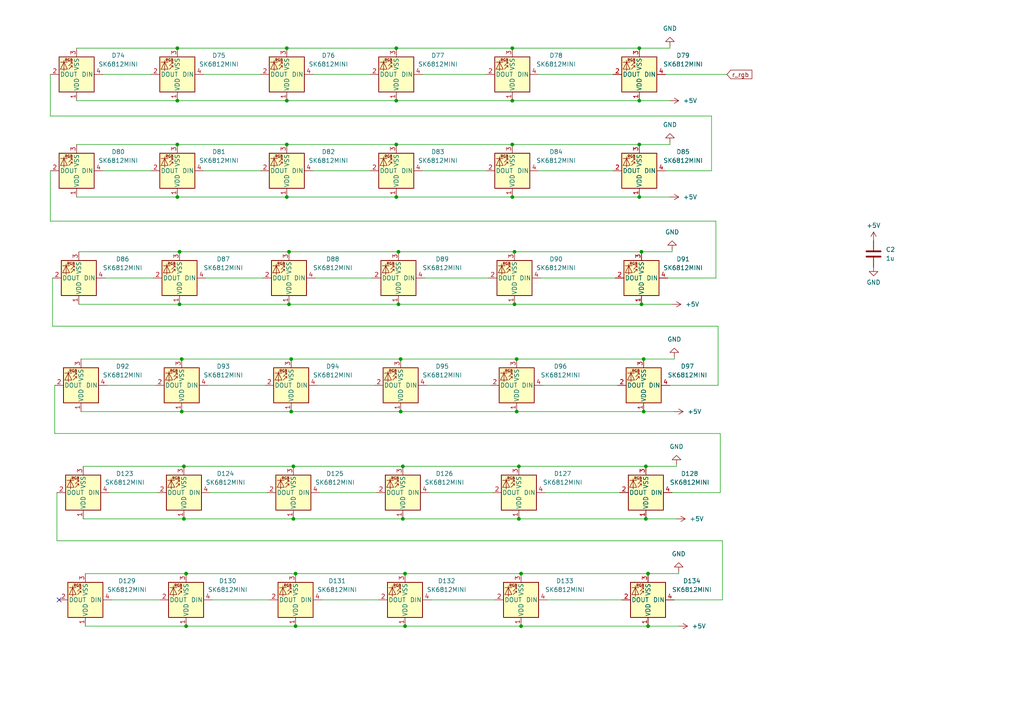
<source format=kicad_sch>
(kicad_sch (version 20230121) (generator eeschema)
  (paper "A4")
  (lib_symbols
    (symbol "Aidans-Custom-Lib:SK6812MINI_FIXED" (pin_names (offset 0.254))
      (property "Reference" "D" (at 5.08 5.715 0))
      (property "Value" "SK6812MINI_FIXED" (at 1.27 -5.715 0))
      (symbol "SK6812MINI_FIXED_0_0"
        (text "RGB" (at 2.286 -4.191 0) (effects (font (size 0.762 0.762))))
      )
      (symbol "SK6812MINI_FIXED_0_1"
        (polyline (pts (xy 1.27 -3.556) (xy 1.778 -3.556)))
        (polyline (pts (xy 1.27 -2.54) (xy 1.778 -2.54)))
        (polyline (pts (xy 4.699 -3.556) (xy 2.667 -3.556)))
        (polyline (pts (xy 2.286 -2.54) (xy 1.27 -3.556) (xy 1.27 -3.048)))
        (polyline (pts (xy 2.286 -1.524) (xy 1.27 -2.54) (xy 1.27 -2.032)))
        (polyline (pts (xy 3.683 -1.016) (xy 3.683 -3.556) (xy 3.683 -4.064)))
        (polyline (pts (xy 4.699 -1.524) (xy 2.667 -1.524) (xy 3.683 -3.556) (xy 4.699 -1.524)))
        (rectangle (start 5.08 5.08) (end -5.08 -5.08) (stroke (width 0.254)) (fill (type background)))
      )
      (symbol "SK6812MINI_FIXED_1_1"
        (pin power_in line (at 0 7.62 270) (length 2.54) (name "VDD") (number "1"))
        (pin output line (at 7.62 0 180) (length 2.54) (name "DOUT") (number "2"))
        (pin power_in line (at 0 -7.62 90) (length 2.54) (name "VSS") (number "3"))
        (pin input line (at -7.62 0 0) (length 2.54) (name "DIN") (number "4"))
      )
    )
    (symbol "Device:C" (pin_numbers hide) (pin_names (offset 0.254))
      (property "Reference" "C" (at 0.635 2.54 0))
      (property "Value" "C" (at 0.635 -2.54 0))
      (symbol "C_0_1"
        (polyline (pts (xy -2.032 -0.762) (xy 2.032 -0.762)) (stroke (width 0.508)))
        (polyline (pts (xy -2.032 0.762) (xy 2.032 0.762)) (stroke (width 0.508)))
      )
      (symbol "C_1_1"
        (pin passive line (at 0 3.81 270) (length 2.794) (name "~") (number "1"))
        (pin passive line (at 0 -3.81 90) (length 2.794) (name "~") (number "2"))
      )
    )
    (symbol "power:+5V" (power) (pin_names (offset 0))
      (property "Value" "+5V" (at 0 3.556 0))
      (symbol "+5V_0_1"
        (polyline (pts (xy -0.762 1.27) (xy 0 2.54)))
        (polyline (pts (xy 0 0) (xy 0 2.54)))
        (polyline (pts (xy 0 2.54) (xy 0.762 1.27)))
      )
      (symbol "+5V_1_1"
        (pin power_in line (at 0 0 90) (length 0) hide (name "+5V") (number "1"))
      )
    )
    (symbol "power:GND" (power) (pin_names (offset 0))
      (property "Value" "GND" (at 0 -3.81 0))
      (symbol "GND_0_1"
        (polyline (pts (xy 0 0) (xy 0 -1.27) (xy 1.27 -1.27) (xy 0 -2.54) (xy -1.27 -1.27) (xy 0 -1.27)))
      )
      (symbol "GND_1_1"
        (pin power_in line (at 0 0 270) (length 0) hide (name "GND") (number "1"))
      )
    )
  )
  (junction (at 117.475 181.61))
  (junction (at 85.09 150.495))
  (junction (at 151.13 181.61))
  (junction (at 115.57 88.265))
  (junction (at 149.225 73.025))
  (junction (at 116.84 135.255))
  (junction (at 117.475 166.37))
  (junction (at 185.42 13.97))
  (junction (at 114.935 13.97))
  (junction (at 84.455 104.14))
  (junction (at 185.42 41.91))
  (junction (at 53.34 150.495))
  (junction (at 149.86 119.38))
  (junction (at 83.185 13.97))
  (junction (at 53.975 166.37))
  (junction (at 186.055 88.265))
  (junction (at 186.69 104.14))
  (junction (at 185.42 57.15))
  (junction (at 85.725 166.37))
  (junction (at 149.225 88.265))
  (junction (at 85.725 181.61))
  (junction (at 151.13 166.37))
  (junction (at 52.07 73.025))
  (junction (at 150.495 150.495))
  (junction (at 52.07 88.265))
  (junction (at 149.86 104.14))
  (junction (at 83.185 41.91))
  (junction (at 148.59 41.91))
  (junction (at 51.435 57.15))
  (junction (at 83.82 73.025))
  (junction (at 187.96 181.61))
  (junction (at 51.435 29.21))
  (junction (at 114.935 41.91))
  (junction (at 116.84 150.495))
  (junction (at 187.325 150.495))
  (junction (at 83.82 88.265))
  (junction (at 51.435 13.97))
  (junction (at 116.205 119.38))
  (junction (at 187.325 135.255))
  (junction (at 51.435 41.91))
  (junction (at 53.34 135.255))
  (junction (at 52.705 119.38))
  (junction (at 84.455 119.38))
  (junction (at 114.935 29.21))
  (junction (at 83.185 57.15))
  (junction (at 150.495 135.255))
  (junction (at 148.59 57.15))
  (junction (at 148.59 13.97))
  (junction (at 52.705 104.14))
  (junction (at 53.975 181.61))
  (junction (at 186.055 73.025))
  (junction (at 187.96 166.37))
  (junction (at 83.185 29.21))
  (junction (at 185.42 29.21))
  (junction (at 114.935 57.15))
  (junction (at 148.59 29.21))
  (junction (at 85.09 135.255))
  (junction (at 116.205 104.14))
  (junction (at 186.69 119.38))
  (junction (at 115.57 73.025))
  (no_connect (at 17.145 173.99))
  (wire (pts (xy 60.325 111.76) (xy 76.835 111.76)))
  (wire (pts (xy 59.055 49.53) (xy 75.565 49.53)))
  (wire (pts (xy 122.555 21.59) (xy 140.97 21.59)))
  (wire (pts (xy 85.725 166.37) (xy 117.475 166.37)))
  (wire (pts (xy 209.55 156.845) (xy 209.55 173.99)))
  (wire (pts (xy 91.44 80.645) (xy 107.95 80.645)))
  (wire (pts (xy 22.225 41.91) (xy 51.435 41.91)))
  (wire (pts (xy 83.185 41.91) (xy 114.935 41.91)))
  (wire (pts (xy 14.605 21.59) (xy 14.605 33.655)))
  (wire (pts (xy 14.605 64.135) (xy 207.645 64.135)))
  (wire (pts (xy 16.51 142.875) (xy 16.51 156.845)))
  (wire (pts (xy 114.935 29.21) (xy 148.59 29.21)))
  (wire (pts (xy 23.495 104.14) (xy 52.705 104.14)))
  (wire (pts (xy 151.13 166.37) (xy 187.96 166.37)))
  (wire (pts (xy 187.96 181.61) (xy 196.85 181.61)))
  (wire (pts (xy 92.075 111.76) (xy 108.585 111.76)))
  (wire (pts (xy 186.69 104.14) (xy 195.58 104.14)))
  (wire (pts (xy 149.225 88.265) (xy 186.055 88.265)))
  (wire (pts (xy 32.385 173.99) (xy 46.355 173.99)))
  (wire (pts (xy 16.51 156.845) (xy 209.55 156.845)))
  (wire (pts (xy 123.19 80.645) (xy 141.605 80.645)))
  (wire (pts (xy 156.21 49.53) (xy 177.8 49.53)))
  (wire (pts (xy 22.225 29.21) (xy 51.435 29.21)))
  (wire (pts (xy 52.07 73.025) (xy 83.82 73.025)))
  (wire (pts (xy 187.325 150.495) (xy 196.215 150.495)))
  (wire (pts (xy 15.24 80.645) (xy 15.24 94.615)))
  (wire (pts (xy 206.375 33.655) (xy 206.375 49.53)))
  (wire (pts (xy 208.28 111.76) (xy 194.31 111.76)))
  (wire (pts (xy 186.055 73.025) (xy 194.945 73.025)))
  (wire (pts (xy 51.435 13.97) (xy 83.185 13.97)))
  (wire (pts (xy 52.705 119.38) (xy 84.455 119.38)))
  (wire (pts (xy 125.095 173.99) (xy 143.51 173.99)))
  (wire (pts (xy 195.58 103.505) (xy 195.58 104.14)))
  (wire (pts (xy 116.84 135.255) (xy 150.495 135.255)))
  (wire (pts (xy 51.435 57.15) (xy 83.185 57.15)))
  (wire (pts (xy 85.09 135.255) (xy 116.84 135.255)))
  (wire (pts (xy 149.86 104.14) (xy 186.69 104.14)))
  (wire (pts (xy 85.09 150.495) (xy 116.84 150.495)))
  (wire (pts (xy 52.07 88.265) (xy 83.82 88.265)))
  (wire (pts (xy 150.495 135.255) (xy 187.325 135.255)))
  (wire (pts (xy 53.34 150.495) (xy 85.09 150.495)))
  (wire (pts (xy 93.345 173.99) (xy 109.855 173.99)))
  (wire (pts (xy 83.82 73.025) (xy 115.57 73.025)))
  (wire (pts (xy 208.915 125.73) (xy 208.915 142.875)))
  (wire (pts (xy 186.69 119.38) (xy 195.58 119.38)))
  (wire (pts (xy 83.185 13.97) (xy 114.935 13.97)))
  (wire (pts (xy 15.875 111.76) (xy 15.875 125.73)))
  (wire (pts (xy 206.375 49.53) (xy 193.04 49.53)))
  (wire (pts (xy 51.435 41.91) (xy 83.185 41.91)))
  (wire (pts (xy 92.71 142.875) (xy 109.22 142.875)))
  (wire (pts (xy 83.185 29.21) (xy 114.935 29.21)))
  (wire (pts (xy 187.96 166.37) (xy 196.85 166.37)))
  (wire (pts (xy 117.475 166.37) (xy 151.13 166.37)))
  (wire (pts (xy 150.495 150.495) (xy 187.325 150.495)))
  (wire (pts (xy 207.645 80.645) (xy 193.675 80.645)))
  (wire (pts (xy 149.86 119.38) (xy 186.69 119.38)))
  (wire (pts (xy 194.31 13.335) (xy 194.31 13.97)))
  (wire (pts (xy 59.69 80.645) (xy 76.2 80.645)))
  (wire (pts (xy 15.24 94.615) (xy 208.28 94.615)))
  (wire (pts (xy 22.225 13.97) (xy 51.435 13.97)))
  (wire (pts (xy 85.725 181.61) (xy 117.475 181.61)))
  (wire (pts (xy 24.765 166.37) (xy 53.975 166.37)))
  (wire (pts (xy 117.475 181.61) (xy 151.13 181.61)))
  (wire (pts (xy 29.845 21.59) (xy 43.815 21.59)))
  (wire (pts (xy 196.215 134.62) (xy 196.215 135.255)))
  (wire (pts (xy 116.84 150.495) (xy 150.495 150.495)))
  (wire (pts (xy 31.115 111.76) (xy 45.085 111.76)))
  (wire (pts (xy 116.205 104.14) (xy 149.86 104.14)))
  (wire (pts (xy 116.205 119.38) (xy 149.86 119.38)))
  (wire (pts (xy 208.28 94.615) (xy 208.28 111.76)))
  (wire (pts (xy 157.48 111.76) (xy 179.07 111.76)))
  (wire (pts (xy 114.935 41.91) (xy 148.59 41.91)))
  (wire (pts (xy 60.96 142.875) (xy 77.47 142.875)))
  (wire (pts (xy 186.055 88.265) (xy 194.945 88.265)))
  (wire (pts (xy 31.75 142.875) (xy 45.72 142.875)))
  (wire (pts (xy 24.13 135.255) (xy 53.34 135.255)))
  (wire (pts (xy 158.75 173.99) (xy 180.34 173.99)))
  (wire (pts (xy 148.59 57.15) (xy 185.42 57.15)))
  (wire (pts (xy 59.055 21.59) (xy 75.565 21.59)))
  (wire (pts (xy 15.875 125.73) (xy 208.915 125.73)))
  (wire (pts (xy 149.225 73.025) (xy 186.055 73.025)))
  (wire (pts (xy 30.48 80.645) (xy 44.45 80.645)))
  (wire (pts (xy 14.605 49.53) (xy 14.605 64.135)))
  (wire (pts (xy 90.805 49.53) (xy 107.315 49.53)))
  (wire (pts (xy 84.455 104.14) (xy 116.205 104.14)))
  (wire (pts (xy 22.86 73.025) (xy 52.07 73.025)))
  (wire (pts (xy 22.225 57.15) (xy 51.435 57.15)))
  (wire (pts (xy 194.31 41.275) (xy 194.31 41.91)))
  (wire (pts (xy 148.59 41.91) (xy 185.42 41.91)))
  (wire (pts (xy 156.21 21.59) (xy 177.8 21.59)))
  (wire (pts (xy 52.705 104.14) (xy 84.455 104.14)))
  (wire (pts (xy 29.845 49.53) (xy 43.815 49.53)))
  (wire (pts (xy 156.845 80.645) (xy 178.435 80.645)))
  (wire (pts (xy 185.42 57.15) (xy 194.31 57.15)))
  (wire (pts (xy 115.57 73.025) (xy 149.225 73.025)))
  (wire (pts (xy 14.605 33.655) (xy 206.375 33.655)))
  (wire (pts (xy 83.185 57.15) (xy 114.935 57.15)))
  (wire (pts (xy 22.86 88.265) (xy 52.07 88.265)))
  (wire (pts (xy 194.945 72.39) (xy 194.945 73.025)))
  (wire (pts (xy 196.85 165.735) (xy 196.85 166.37)))
  (wire (pts (xy 158.115 142.875) (xy 179.705 142.875)))
  (wire (pts (xy 24.765 181.61) (xy 53.975 181.61)))
  (wire (pts (xy 114.935 57.15) (xy 148.59 57.15)))
  (wire (pts (xy 207.645 64.135) (xy 207.645 80.645)))
  (wire (pts (xy 123.825 111.76) (xy 142.24 111.76)))
  (wire (pts (xy 148.59 29.21) (xy 185.42 29.21)))
  (wire (pts (xy 151.13 181.61) (xy 187.96 181.61)))
  (wire (pts (xy 53.975 181.61) (xy 85.725 181.61)))
  (wire (pts (xy 53.34 135.255) (xy 85.09 135.255)))
  (wire (pts (xy 24.13 150.495) (xy 53.34 150.495)))
  (wire (pts (xy 185.42 13.97) (xy 194.31 13.97)))
  (wire (pts (xy 209.55 173.99) (xy 195.58 173.99)))
  (wire (pts (xy 114.935 13.97) (xy 148.59 13.97)))
  (wire (pts (xy 124.46 142.875) (xy 142.875 142.875)))
  (wire (pts (xy 148.59 13.97) (xy 185.42 13.97)))
  (wire (pts (xy 53.975 166.37) (xy 85.725 166.37)))
  (wire (pts (xy 51.435 29.21) (xy 83.185 29.21)))
  (wire (pts (xy 84.455 119.38) (xy 116.205 119.38)))
  (wire (pts (xy 23.495 119.38) (xy 52.705 119.38)))
  (wire (pts (xy 208.915 142.875) (xy 194.945 142.875)))
  (wire (pts (xy 61.595 173.99) (xy 78.105 173.99)))
  (wire (pts (xy 187.325 135.255) (xy 196.215 135.255)))
  (wire (pts (xy 83.82 88.265) (xy 115.57 88.265)))
  (wire (pts (xy 90.805 21.59) (xy 107.315 21.59)))
  (wire (pts (xy 185.42 41.91) (xy 194.31 41.91)))
  (wire (pts (xy 122.555 49.53) (xy 140.97 49.53)))
  (wire (pts (xy 185.42 29.21) (xy 194.31 29.21)))
  (wire (pts (xy 193.04 21.59) (xy 210.82 21.59)))
  (wire (pts (xy 115.57 88.265) (xy 149.225 88.265)))
  (global_label "r_rgb" (shape input) (at 210.82 21.59 0) (property "Intersheetrefs" "${INTERSHEET_REFS}" (effects hide)))
  (symbol (lib_id "Aidans-Custom-Lib:SK6812MINI_FIXED") (at 84.455 111.76 180) (unit 1)
    (property "Reference" "D94" (at 96.52 106.2639 0))
    (property "Value" "SK6812MINI" (at 96.52 108.8039 0))
    (property "Footprint" "Keebio:SK6812-MINI-E" (effects hide))
    (property "Datasheet" "https://cdn-shop.adafruit.com/product-files/2686/SK6812MINI_REV.01-1-2.pdf" (effects hide))
  )
  (symbol (lib_id "Aidans-Custom-Lib:SK6812MINI_FIXED") (at 24.13 142.875 180) (unit 1)
    (property "Reference" "D123" (at 36.195 137.3789 0))
    (property "Value" "SK6812MINI" (at 36.195 139.9189 0))
    (property "Footprint" "Keebio:SK6812-MINI-E" (effects hide))
    (property "Datasheet" "https://cdn-shop.adafruit.com/product-files/2686/SK6812MINI_REV.01-1-2.pdf" (effects hide))
  )
  (symbol (lib_id "power:GND") (at 195.58 103.505 180) (unit 1)
    (property "Reference" "#PWR0107" (effects hide))
    (property "Value" "GND" (at 195.58 98.425 0))
    (instances (project "Main PCB" (path "" (reference "#PWR0107") (unit 1))) (project "Sango" (path "" (reference "#PWR06") (unit 1)) (path "" (reference "#PWR06") (unit 1)) (path "" (reference "#PWR054") (unit 1))))
  )
  (symbol (lib_id "power:+5V") (at 194.31 29.21 270) (unit 1)
    (property "Reference" "#PWR048" (effects hide))
    (property "Value" "+5V" (at 198.12 29.21 90) (effects (justify left)))
  )
  (symbol (lib_id "Aidans-Custom-Lib:SK6812MINI_FIXED") (at 23.495 111.76 180) (unit 1)
    (property "Reference" "D92" (at 35.56 106.2639 0))
    (property "Value" "SK6812MINI" (at 35.56 108.8039 0))
    (property "Footprint" "Keebio:SK6812-MINI-E" (effects hide))
    (property "Datasheet" "https://cdn-shop.adafruit.com/product-files/2686/SK6812MINI_REV.01-1-2.pdf" (effects hide))
  )
  (symbol (lib_id "Aidans-Custom-Lib:SK6812MINI_FIXED") (at 22.225 49.53 180) (unit 1)
    (property "Reference" "D80" (at 34.29 44.0339 0))
    (property "Value" "SK6812MINI" (at 34.29 46.5739 0))
    (property "Footprint" "Keebio:SK6812-MINI-E" (effects hide))
    (property "Datasheet" "https://cdn-shop.adafruit.com/product-files/2686/SK6812MINI_REV.01-1-2.pdf" (effects hide))
  )
  (symbol (lib_id "Aidans-Custom-Lib:SK6812MINI_FIXED") (at 22.225 21.59 180) (unit 1)
    (property "Reference" "D74" (at 34.29 16.0939 0))
    (property "Value" "SK6812MINI" (at 34.29 18.6339 0))
    (property "Footprint" "Keebio:SK6812-MINI-E" (effects hide))
    (property "Datasheet" "https://cdn-shop.adafruit.com/product-files/2686/SK6812MINI_REV.01-1-2.pdf" (effects hide))
  )
  (symbol (lib_id "Aidans-Custom-Lib:SK6812MINI_FIXED") (at 186.69 111.76 180) (unit 1)
    (property "Reference" "D97" (at 199.39 106.2639 0))
    (property "Value" "SK6812MINI" (at 199.39 108.8039 0))
    (property "Footprint" "Keebio:SK6812-MINI-E" (effects hide))
    (property "Datasheet" "https://cdn-shop.adafruit.com/product-files/2686/SK6812MINI_REV.01-1-2.pdf" (effects hide))
  )
  (symbol (lib_id "power:+5V") (at 194.945 88.265 270) (unit 1)
    (property "Reference" "#PWR050" (effects hide))
    (property "Value" "+5V" (at 198.755 88.265 90) (effects (justify left)))
  )
  (symbol (lib_id "Aidans-Custom-Lib:SK6812MINI_FIXED") (at 52.705 111.76 180) (unit 1)
    (property "Reference" "D93" (at 64.77 106.2639 0))
    (property "Value" "SK6812MINI" (at 64.77 108.8039 0))
    (property "Footprint" "Keebio:SK6812-MINI-E" (effects hide))
    (property "Datasheet" "https://cdn-shop.adafruit.com/product-files/2686/SK6812MINI_REV.01-1-2.pdf" (effects hide))
  )
  (symbol (lib_id "Aidans-Custom-Lib:SK6812MINI_FIXED") (at 148.59 21.59 180) (unit 1)
    (property "Reference" "D78" (at 161.29 16.0939 0))
    (property "Value" "SK6812MINI" (at 161.29 18.6339 0))
    (property "Footprint" "Keebio:SK6812-MINI-E" (effects hide))
    (property "Datasheet" "https://cdn-shop.adafruit.com/product-files/2686/SK6812MINI_REV.01-1-2.pdf" (effects hide))
  )
  (symbol (lib_id "Aidans-Custom-Lib:SK6812MINI_FIXED") (at 186.055 80.645 180) (unit 1)
    (property "Reference" "D91" (at 198.12 75.1489 0))
    (property "Value" "SK6812MINI" (at 198.12 77.6889 0))
    (property "Footprint" "Keebio:SK6812-MINI-E" (effects hide))
    (property "Datasheet" "https://cdn-shop.adafruit.com/product-files/2686/SK6812MINI_REV.01-1-2.pdf" (effects hide))
  )
  (symbol (lib_id "Aidans-Custom-Lib:SK6812MINI_FIXED") (at 24.765 173.99 180) (unit 1)
    (property "Reference" "D129" (at 36.83 168.4939 0))
    (property "Value" "SK6812MINI" (at 36.83 171.0339 0))
    (property "Footprint" "Keebio:SK6812-MINI-E" (effects hide))
    (property "Datasheet" "https://cdn-shop.adafruit.com/product-files/2686/SK6812MINI_REV.01-1-2.pdf" (effects hide))
  )
  (symbol (lib_id "Aidans-Custom-Lib:SK6812MINI_FIXED") (at 83.185 21.59 180) (unit 1)
    (property "Reference" "D76" (at 95.25 16.0939 0))
    (property "Value" "SK6812MINI" (at 95.25 18.6339 0))
    (property "Footprint" "Keebio:SK6812-MINI-E" (effects hide))
    (property "Datasheet" "https://cdn-shop.adafruit.com/product-files/2686/SK6812MINI_REV.01-1-2.pdf" (effects hide))
  )
  (symbol (lib_id "Aidans-Custom-Lib:SK6812MINI_FIXED") (at 85.09 142.875 180) (unit 1)
    (property "Reference" "D125" (at 97.155 137.3789 0))
    (property "Value" "SK6812MINI" (at 97.155 139.9189 0))
    (property "Footprint" "Keebio:SK6812-MINI-E" (effects hide))
    (property "Datasheet" "https://cdn-shop.adafruit.com/product-files/2686/SK6812MINI_REV.01-1-2.pdf" (effects hide))
  )
  (symbol (lib_id "power:GND") (at 253.365 77.47 0) (unit 1)
    (property "Reference" "#PWR0107" (effects hide))
    (property "Value" "GND" (at 253.365 81.915 0))
    (instances (project "Main PCB" (path "" (reference "#PWR0107") (unit 1))) (project "Sango" (path "" (reference "#PWR06") (unit 1)) (path "" (reference "#PWR06") (unit 1)) (path "" (reference "#PWR055") (unit 1))))
  )
  (symbol (lib_id "Aidans-Custom-Lib:SK6812MINI_FIXED") (at 117.475 173.99 180) (unit 1)
    (property "Reference" "D132" (at 129.54 168.4939 0))
    (property "Value" "SK6812MINI" (at 129.54 171.0339 0))
    (property "Footprint" "Keebio:SK6812-MINI-E" (effects hide))
    (property "Datasheet" "https://cdn-shop.adafruit.com/product-files/2686/SK6812MINI_REV.01-1-2.pdf" (effects hide))
  )
  (symbol (lib_id "power:GND") (at 196.85 165.735 180) (unit 1)
    (property "Reference" "#PWR0107" (effects hide))
    (property "Value" "GND" (at 196.85 160.655 0))
    (instances (project "Main PCB" (path "" (reference "#PWR0107") (unit 1))) (project "Sango" (path "" (reference "#PWR06") (unit 1)) (path "" (reference "#PWR06") (unit 1)) (path "" (reference "#PWR081") (unit 1))))
  )
  (symbol (lib_id "power:GND") (at 194.945 72.39 180) (unit 1)
    (property "Reference" "#PWR0107" (effects hide))
    (property "Value" "GND" (at 194.945 67.31 0))
    (instances (project "Main PCB" (path "" (reference "#PWR0107") (unit 1))) (project "Sango" (path "" (reference "#PWR06") (unit 1)) (path "" (reference "#PWR06") (unit 1)) (path "" (reference "#PWR053") (unit 1))))
  )
  (symbol (lib_id "Aidans-Custom-Lib:SK6812MINI_FIXED") (at 148.59 49.53 180) (unit 1)
    (property "Reference" "D84" (at 161.29 44.0339 0))
    (property "Value" "SK6812MINI" (at 161.29 46.5739 0))
    (property "Footprint" "Keebio:SK6812-MINI-E" (effects hide))
    (property "Datasheet" "https://cdn-shop.adafruit.com/product-files/2686/SK6812MINI_REV.01-1-2.pdf" (effects hide))
  )
  (symbol (lib_id "Aidans-Custom-Lib:SK6812MINI_FIXED") (at 85.725 173.99 180) (unit 1)
    (property "Reference" "D131" (at 97.79 168.4939 0))
    (property "Value" "SK6812MINI" (at 97.79 171.0339 0))
    (property "Footprint" "Keebio:SK6812-MINI-E" (effects hide))
    (property "Datasheet" "https://cdn-shop.adafruit.com/product-files/2686/SK6812MINI_REV.01-1-2.pdf" (effects hide))
  )
  (symbol (lib_id "Aidans-Custom-Lib:SK6812MINI_FIXED") (at 51.435 49.53 180) (unit 1)
    (property "Reference" "D81" (at 63.5 44.0339 0))
    (property "Value" "SK6812MINI" (at 63.5 46.5739 0))
    (property "Footprint" "Keebio:SK6812-MINI-E" (effects hide))
    (property "Datasheet" "https://cdn-shop.adafruit.com/product-files/2686/SK6812MINI_REV.01-1-2.pdf" (effects hide))
  )
  (symbol (lib_id "Aidans-Custom-Lib:SK6812MINI_FIXED") (at 149.225 80.645 180) (unit 1)
    (property "Reference" "D90" (at 161.29 75.1489 0))
    (property "Value" "SK6812MINI" (at 161.29 77.6889 0))
    (property "Footprint" "Keebio:SK6812-MINI-E" (effects hide))
    (property "Datasheet" "https://cdn-shop.adafruit.com/product-files/2686/SK6812MINI_REV.01-1-2.pdf" (effects hide))
  )
  (symbol (lib_id "power:GND") (at 196.215 134.62 180) (unit 1)
    (property "Reference" "#PWR0107" (effects hide))
    (property "Value" "GND" (at 196.215 129.54 0))
    (instances (project "Main PCB" (path "" (reference "#PWR0107") (unit 1))) (project "Sango" (path "" (reference "#PWR06") (unit 1)) (path "" (reference "#PWR06") (unit 1)) (path "" (reference "#PWR078") (unit 1))))
  )
  (symbol (lib_id "Aidans-Custom-Lib:SK6812MINI_FIXED") (at 185.42 21.59 180) (unit 1)
    (property "Reference" "D79" (at 198.12 16.0939 0))
    (property "Value" "SK6812MINI" (at 198.12 18.6339 0))
    (property "Footprint" "Keebio:SK6812-MINI-E" (effects hide))
    (property "Datasheet" "https://cdn-shop.adafruit.com/product-files/2686/SK6812MINI_REV.01-1-2.pdf" (effects hide))
  )
  (symbol (lib_id "power:+5V") (at 194.31 57.15 270) (unit 1)
    (property "Reference" "#PWR049" (effects hide))
    (property "Value" "+5V" (at 198.12 57.15 90) (effects (justify left)))
  )
  (symbol (lib_id "Device:C") (at 253.365 73.66 0) (unit 1)
    (property "Reference" "C2" (at 256.921 72.3899 0) (effects (justify left)))
    (property "Value" "1u" (at 256.921 74.9299 0) (effects (justify left)))
    (property "Footprint" "Capacitor_SMD:C_0603_1608Metric" (effects hide))
    (instances (project "Main PCB" (path "" (reference "C2") (unit 1))) (project "Sango" (path "" (reference "C4") (unit 1)) (path "" (reference "C4") (unit 1)) (path "" (reference "C29") (unit 1))))
  )
  (symbol (lib_id "Aidans-Custom-Lib:SK6812MINI_FIXED") (at 149.86 111.76 180) (unit 1)
    (property "Reference" "D96" (at 162.56 106.2639 0))
    (property "Value" "SK6812MINI" (at 162.56 108.8039 0))
    (property "Footprint" "Keebio:SK6812-MINI-E" (effects hide))
    (property "Datasheet" "https://cdn-shop.adafruit.com/product-files/2686/SK6812MINI_REV.01-1-2.pdf" (effects hide))
  )
  (symbol (lib_id "power:+5V") (at 253.365 69.85 0) (unit 1)
    (property "Reference" "#PWR056" (effects hide))
    (property "Value" "+5V" (at 253.365 65.405 0))
  )
  (symbol (lib_id "Aidans-Custom-Lib:SK6812MINI_FIXED") (at 83.185 49.53 180) (unit 1)
    (property "Reference" "D82" (at 95.25 44.0339 0))
    (property "Value" "SK6812MINI" (at 95.25 46.5739 0))
    (property "Footprint" "Keebio:SK6812-MINI-E" (effects hide))
    (property "Datasheet" "https://cdn-shop.adafruit.com/product-files/2686/SK6812MINI_REV.01-1-2.pdf" (effects hide))
  )
  (symbol (lib_id "Aidans-Custom-Lib:SK6812MINI_FIXED") (at 83.82 80.645 180) (unit 1)
    (property "Reference" "D88" (at 96.52 75.1489 0))
    (property "Value" "SK6812MINI" (at 96.52 77.6889 0))
    (property "Footprint" "Keebio:SK6812-MINI-E" (effects hide))
    (property "Datasheet" "https://cdn-shop.adafruit.com/product-files/2686/SK6812MINI_REV.01-1-2.pdf" (effects hide))
  )
  (symbol (lib_id "Aidans-Custom-Lib:SK6812MINI_FIXED") (at 22.86 80.645 180) (unit 1)
    (property "Reference" "D86" (at 35.56 75.1489 0))
    (property "Value" "SK6812MINI" (at 35.56 77.6889 0))
    (property "Footprint" "Keebio:SK6812-MINI-E" (effects hide))
    (property "Datasheet" "https://cdn-shop.adafruit.com/product-files/2686/SK6812MINI_REV.01-1-2.pdf" (effects hide))
  )
  (symbol (lib_id "Aidans-Custom-Lib:SK6812MINI_FIXED") (at 187.96 173.99 180) (unit 1)
    (property "Reference" "D134" (at 200.66 168.4939 0))
    (property "Value" "SK6812MINI" (at 200.66 171.0339 0))
    (property "Footprint" "Keebio:SK6812-MINI-E" (effects hide))
    (property "Datasheet" "https://cdn-shop.adafruit.com/product-files/2686/SK6812MINI_REV.01-1-2.pdf" (effects hide))
  )
  (symbol (lib_id "Aidans-Custom-Lib:SK6812MINI_FIXED") (at 114.935 49.53 180) (unit 1)
    (property "Reference" "D83" (at 127 44.0339 0))
    (property "Value" "SK6812MINI" (at 127 46.5739 0))
    (property "Footprint" "Keebio:SK6812-MINI-E" (effects hide))
    (property "Datasheet" "https://cdn-shop.adafruit.com/product-files/2686/SK6812MINI_REV.01-1-2.pdf" (effects hide))
  )
  (symbol (lib_id "Aidans-Custom-Lib:SK6812MINI_FIXED") (at 116.84 142.875 180) (unit 1)
    (property "Reference" "D126" (at 128.905 137.3789 0))
    (property "Value" "SK6812MINI" (at 128.905 139.9189 0))
    (property "Footprint" "Keebio:SK6812-MINI-E" (effects hide))
    (property "Datasheet" "https://cdn-shop.adafruit.com/product-files/2686/SK6812MINI_REV.01-1-2.pdf" (effects hide))
  )
  (symbol (lib_id "Aidans-Custom-Lib:SK6812MINI_FIXED") (at 115.57 80.645 180) (unit 1)
    (property "Reference" "D89" (at 128.27 75.1489 0))
    (property "Value" "SK6812MINI" (at 128.27 77.6889 0))
    (property "Footprint" "Keebio:SK6812-MINI-E" (effects hide))
    (property "Datasheet" "https://cdn-shop.adafruit.com/product-files/2686/SK6812MINI_REV.01-1-2.pdf" (effects hide))
  )
  (symbol (lib_id "Aidans-Custom-Lib:SK6812MINI_FIXED") (at 151.13 173.99 180) (unit 1)
    (property "Reference" "D133" (at 163.83 168.4939 0))
    (property "Value" "SK6812MINI" (at 163.83 171.0339 0))
    (property "Footprint" "Keebio:SK6812-MINI-E" (effects hide))
    (property "Datasheet" "https://cdn-shop.adafruit.com/product-files/2686/SK6812MINI_REV.01-1-2.pdf" (effects hide))
  )
  (symbol (lib_id "Aidans-Custom-Lib:SK6812MINI_FIXED") (at 114.935 21.59 180) (unit 1)
    (property "Reference" "D77" (at 127 16.0939 0))
    (property "Value" "SK6812MINI" (at 127 18.6339 0))
    (property "Footprint" "Keebio:SK6812-MINI-E" (effects hide))
    (property "Datasheet" "https://cdn-shop.adafruit.com/product-files/2686/SK6812MINI_REV.01-1-2.pdf" (effects hide))
  )
  (symbol (lib_id "power:GND") (at 194.31 41.275 180) (unit 1)
    (property "Reference" "#PWR0107" (effects hide))
    (property "Value" "GND" (at 194.31 36.195 0))
    (instances (project "Main PCB" (path "" (reference "#PWR0107") (unit 1))) (project "Sango" (path "" (reference "#PWR06") (unit 1)) (path "" (reference "#PWR06") (unit 1)) (path "" (reference "#PWR052") (unit 1))))
  )
  (symbol (lib_id "Aidans-Custom-Lib:SK6812MINI_FIXED") (at 116.205 111.76 180) (unit 1)
    (property "Reference" "D95" (at 128.27 106.2639 0))
    (property "Value" "SK6812MINI" (at 128.27 108.8039 0))
    (property "Footprint" "Keebio:SK6812-MINI-E" (effects hide))
    (property "Datasheet" "https://cdn-shop.adafruit.com/product-files/2686/SK6812MINI_REV.01-1-2.pdf" (effects hide))
  )
  (symbol (lib_id "Aidans-Custom-Lib:SK6812MINI_FIXED") (at 51.435 21.59 180) (unit 1)
    (property "Reference" "D75" (at 63.5 16.0939 0))
    (property "Value" "SK6812MINI" (at 63.5 18.6339 0))
    (property "Footprint" "Keebio:SK6812-MINI-E" (effects hide))
    (property "Datasheet" "https://cdn-shop.adafruit.com/product-files/2686/SK6812MINI_REV.01-1-2.pdf" (effects hide))
  )
  (symbol (lib_id "Aidans-Custom-Lib:SK6812MINI_FIXED") (at 53.975 173.99 180) (unit 1)
    (property "Reference" "D130" (at 66.04 168.4939 0))
    (property "Value" "SK6812MINI" (at 66.04 171.0339 0))
    (property "Footprint" "Keebio:SK6812-MINI-E" (effects hide))
    (property "Datasheet" "https://cdn-shop.adafruit.com/product-files/2686/SK6812MINI_REV.01-1-2.pdf" (effects hide))
  )
  (symbol (lib_id "power:+5V") (at 195.58 119.38 270) (unit 1)
    (property "Reference" "#PWR051" (effects hide))
    (property "Value" "+5V" (at 199.39 119.38 90) (effects (justify left)))
  )
  (symbol (lib_id "Aidans-Custom-Lib:SK6812MINI_FIXED") (at 53.34 142.875 180) (unit 1)
    (property "Reference" "D124" (at 65.405 137.3789 0))
    (property "Value" "SK6812MINI" (at 65.405 139.9189 0))
    (property "Footprint" "Keebio:SK6812-MINI-E" (effects hide))
    (property "Datasheet" "https://cdn-shop.adafruit.com/product-files/2686/SK6812MINI_REV.01-1-2.pdf" (effects hide))
  )
  (symbol (lib_id "Aidans-Custom-Lib:SK6812MINI_FIXED") (at 187.325 142.875 180) (unit 1)
    (property "Reference" "D128" (at 200.025 137.3789 0))
    (property "Value" "SK6812MINI" (at 200.025 139.9189 0))
    (property "Footprint" "Keebio:SK6812-MINI-E" (effects hide))
    (property "Datasheet" "https://cdn-shop.adafruit.com/product-files/2686/SK6812MINI_REV.01-1-2.pdf" (effects hide))
  )
  (symbol (lib_id "power:GND") (at 194.31 13.335 180) (unit 1)
    (property "Reference" "#PWR0107" (effects hide))
    (property "Value" "GND" (at 194.31 8.255 0))
    (instances (project "Main PCB" (path "" (reference "#PWR0107") (unit 1))) (project "Sango" (path "" (reference "#PWR06") (unit 1)) (path "" (reference "#PWR06") (unit 1)) (path "" (reference "#PWR047") (unit 1))))
  )
  (symbol (lib_id "power:+5V") (at 196.215 150.495 270) (unit 1)
    (property "Reference" "#PWR080" (effects hide))
    (property "Value" "+5V" (at 200.025 150.495 90) (effects (justify left)))
  )
  (symbol (lib_id "Aidans-Custom-Lib:SK6812MINI_FIXED") (at 52.07 80.645 180) (unit 1)
    (property "Reference" "D87" (at 64.77 75.1489 0))
    (property "Value" "SK6812MINI" (at 64.77 77.6889 0))
    (property "Footprint" "Keebio:SK6812-MINI-E" (effects hide))
    (property "Datasheet" "https://cdn-shop.adafruit.com/product-files/2686/SK6812MINI_REV.01-1-2.pdf" (effects hide))
  )
  (symbol (lib_id "Aidans-Custom-Lib:SK6812MINI_FIXED") (at 185.42 49.53 180) (unit 1)
    (property "Reference" "D85" (at 198.12 44.0339 0))
    (property "Value" "SK6812MINI" (at 198.12 46.5739 0))
    (property "Footprint" "Keebio:SK6812-MINI-E" (effects hide))
    (property "Datasheet" "https://cdn-shop.adafruit.com/product-files/2686/SK6812MINI_REV.01-1-2.pdf" (effects hide))
  )
  (symbol (lib_id "power:+5V") (at 196.85 181.61 270) (unit 1)
    (property "Reference" "#PWR082" (effects hide))
    (property "Value" "+5V" (at 200.66 181.61 90) (effects (justify left)))
  )
  (symbol (lib_id "Aidans-Custom-Lib:SK6812MINI_FIXED") (at 150.495 142.875 180) (unit 1)
    (property "Reference" "D127" (at 163.195 137.3789 0))
    (property "Value" "SK6812MINI" (at 163.195 139.9189 0))
    (property "Footprint" "Keebio:SK6812-MINI-E" (effects hide))
    (property "Datasheet" "https://cdn-shop.adafruit.com/product-files/2686/SK6812MINI_REV.01-1-2.pdf" (effects hide))
  )
)
</source>
